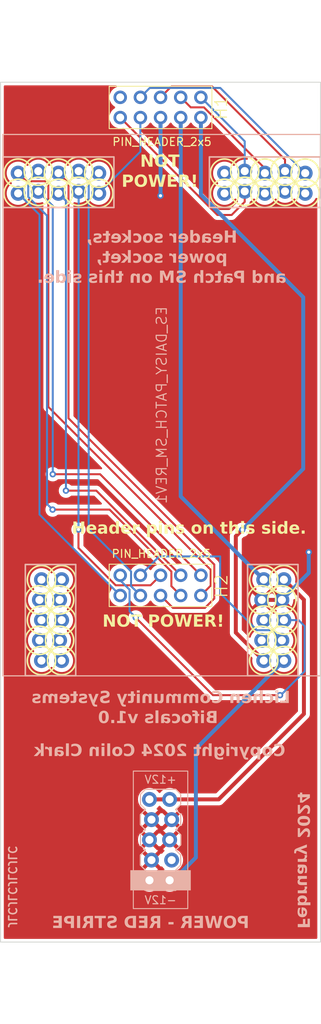
<source format=kicad_pcb>
(kicad_pcb (version 20221018) (generator pcbnew)
  (layers (0 "F.Cu" signal) (31 "B.Cu" signal) (34 "B.Paste" user) (35 "F.Paste" user) (36 "B.SilkS" user "B.Silkscreen") (37 "F.SilkS" user "F.Silkscreen") (38 "B.Mask" user) (39 "F.Mask" user) (44 "Edge.Cuts" user))
  (net 0 "")
  (net 1 "GND")
  (net 3 "BUTTON")
  (net 4 "AUDIO_OUT_R")
  (net 5 "LED_CV_OUT")
  (net 6 "AUDIO_OUT_L")
  (net 7 "AUDIO_IN_R")
  (net 8 "+5V")
  (net 9 "AUDIO_IN_L")
  (net 10 "+3.3V")
  (net 11 "POT_5_CV_10")
  (net 12 "JACK_CV_5")
  (net 13 "POT_4_CV_9")
  (net 14 "JACK_CV_4")
  (net 15 "POT_3_CV_8")
  (net 16 "JACK_CV_3")
  (net 17 "POT_2_CV_7")
  (net 18 "JACK_CV_2")
  (net 19 "POT_1_CV_6")
  (net 20 "JACK_CV_1")
  (net 37 "-12V")
  (net 40 "+12V")
  (footprint "ES_Daisy_Patch_SM_FB_Rev1:ES_DAISY_PATCH_SM_REV1" (layer "F.Cu") (at 120.29 150.813 90)
    (fp_text reference "MCU1" hide)
    (fp_text value "ES_DAISY_PATCH_SM_REV1" (at 0 0 90) (layer "B.SilkS") (effects (font (size 1.27 1.27)) (justify mirror)))
    (fp_line (start -34 -20) (end 34 -20) (stroke (width 0.1524)) (layer "B.SilkS"))
    (fp_line (start -34 20) (end -34 -20) (stroke (width 0.1524)) (layer "B.SilkS"))
    (fp_line (start -34 20) (end 34 20) (stroke (width 0.1524)) (layer "B.SilkS"))
    (fp_line (start -33.985 -17.175) (end -20.015 -17.175) (stroke (width 0.2032)) (layer "B.SilkS"))
    (fp_line (start -33.985 -10.825) (end -33.985 -17.175) (stroke (width 0.2032)) (layer "B.SilkS"))
    (fp_line (start -33.985 10.825) (end -20.015 10.825) (stroke (width 0.2032)) (layer "B.SilkS"))
    (fp_line (start -33.985 17.175) (end -33.985 10.825) (stroke (width 0.2032)) (layer "B.SilkS"))
    (fp_line (start -20.015 -17.175) (end -20.015 -10.825) (stroke (width 0.2032)) (layer "B.SilkS"))
    (fp_line (start -20.015 -10.825) (end -33.985 -10.825) (stroke (width 0.2032)) (layer "B.SilkS"))
    (fp_line (start -20.015 10.825) (end -20.015 17.175) (stroke (width 0.2032)) (layer "B.SilkS"))
    (fp_line (start -20.015 17.175) (end -33.985 17.175) (stroke (width 0.2032)) (layer "B.SilkS"))
    (fp_line (start 24.825 -19.985) (end 31.175 -19.985) (stroke (width 0.2032)) (layer "B.SilkS"))
    (fp_line (start 24.825 -6.015) (end 24.825 -19.985) (stroke (width 0.2032)) (layer "B.SilkS"))
    (fp_line (start 24.825 6.015) (end 31.175 6.015) (stroke (width 0.2032)) (layer "B.SilkS"))
    (fp_line (start 24.825 19.985) (end 24.825 6.015) (stroke (width 0.2032)) (layer "B.SilkS"))
    (fp_line (start 31.175 -19.985) (end 31.175 -6.015) (stroke (width 0.2032)) (layer "B.SilkS"))
    (fp_line (start 31.175 -6.015) (end 24.825 -6.015) (stroke (width 0.2032)) (layer "B.SilkS"))
    (fp_line (start 31.175 6.015) (end 31.175 19.985) (stroke (width 0.2032)) (layer "B.SilkS"))
    (fp_line (start 31.175 19.985) (end 24.825 19.985) (stroke (width 0.2032)) (layer "B.SilkS"))
    (fp_line (start 34 20) (end 34 -20) (stroke (width 0.1524)) (layer "B.SilkS"))
    (fp_circle (center -32.08 -15.143) (end -30.302 -15.143) (stroke (width 0.2032)) (fill none) (layer "F.SilkS"))
    (fp_circle (center -32.08 -12.603) (end -30.302 -12.603) (stroke (width 0.2032)) (fill none) (layer "F.SilkS"))
    (fp_circle (center -32.08 12.857) (end -30.302 12.857) (stroke (width 0.2032)) (fill none) (layer "F.SilkS"))
    (fp_circle (center -32.08 15.397) (end -30.302 15.397) (stroke (width 0.2032)) (fill none) (layer "F.SilkS"))
    (fp_circle (center -29.54 -15.397) (end -27.762 -15.397) (stroke (width 0.2032)) (fill none) (layer "F.SilkS"))
    (fp_circle (center -29.54 -12.857) (end -27.762 -12.857) (stroke (width 0.2032)) (fill none) (layer "F.SilkS"))
    (fp_circle (center -29.54 12.603) (end -27.762 12.603) (stroke (width 0.2032)) (fill none) (layer "F.SilkS"))
    (fp_circle (center -29.54 15.143) (end -27.762 15.143) (stroke (width 0.2032)) (fill none) (layer "F.SilkS"))
    (fp_circle (center -27 -15.143) (end -25.222 -15.143) (stroke (width 0.2032)) (fill none) (layer "F.SilkS"))
    (fp_circle (center -27 -12.603) (end -25.222 -12.603) (stroke (width 0.2032)) (fill none) (layer "F.SilkS"))
    (fp_circle (center -27 12.857) (end -25.222 12.857) (stroke (width 0.2032)) (fill none) (layer "F.SilkS"))
    (fp_circle (center -27 15.397) (end -25.222 15.397) (stroke (width 0.2032)) (fill none) (layer "F.SilkS"))
    (fp_circle (center -24.46 -15.397) (end -22.682 -15.397) (stroke (width 0.2032)) (fill none) (layer "F.SilkS"))
    (fp_circle (center -24.46 -12.857) (end -22.682 -12.857) (stroke (width 0.2032)) (fill none) (layer "F.SilkS"))
    (fp_circle (center -24.46 12.603) (end -22.682 12.603) (stroke (width 0.2032)) (fill none) (layer "F.SilkS"))
    (fp_circle (center -24.46 15.143) (end -22.682 15.143) (stroke (width 0.2032)) (fill none) (layer "F.SilkS"))
    (fp_circle (center -21.92 -15.143) (end -20.142 -15.143) (stroke (width 0.2032)) (fill none) (layer "F.SilkS"))
    (fp_circle (center -21.92 -12.603) (end -20.142 -12.603) (stroke (width 0.2032)) (fill none) (layer "F.SilkS"))
    (fp_circle (center -21.92 12.857) (end -20.142 12.857) (stroke (width 0.2032)) (fill none) (layer "F.SilkS"))
    (fp_circle (center -21.92 15.397) (end -20.142 15.397) (stroke (width 0.2032)) (fill none) (layer "F.SilkS"))
    (fp_circle (center 26.603 -18.08) (end 28.381 -18.08) (stroke (width 0.2032)) (fill none) (layer "F.SilkS"))
    (fp_circle (center 26.603 -13) (end 28.381 -13) (stroke (width 0.2032)) (fill none) (layer "F.SilkS"))
    (fp_circle (center 26.603 -7.92) (end 28.381 -7.92) (stroke (width 0.2032)) (fill none) (layer "F.SilkS"))
    (fp_circle (center 26.603 7.92) (end 28.381 7.92) (stroke (width 0.2032)) (fill none) (layer "F.SilkS"))
    (fp_circle (center 26.603 13) (end 28.381 13) (stroke (width 0.2032)) (fill none) (layer "F.SilkS"))
    (fp_circle (center 26.603 18.08) (end 28.381 18.08) (stroke (width 0.2032)) (fill none) (layer "F.SilkS"))
    (fp_circle (center 26.857 -15.54) (end 28.635 -15.54) (stroke (width 0.2032)) (fill none) (layer "F.SilkS"))
    (fp_circle (center 26.857 -10.46) (end 28.635 -10.46) (stroke (width 0.2032)) (fill none) (layer "F.SilkS"))
    (fp_circle (center 26.857 10.46) (end 28.635 10.46) (stroke (width 0.2032)) (fill none) (layer "F.SilkS"))
    (fp_circle (center 26.857 15.54) (end 28.635 15.54) (stroke (width 0.2032)) (fill none) (layer "F.SilkS"))
    (fp_circle (center 29.143 -18.08) (end 30.921 -18.08) (stroke (width 0.2032)) (fill none) (layer "F.SilkS"))
    (fp_circle (center 29.143 -13) (end 30.921 -13) (stroke (width 0.2032)) (fill none) (layer "F.SilkS"))
    (fp_circle (center 29.143 -7.92) (end 30.921 -7.92) (stroke (width 0.2032)) (fill none) (layer "F.SilkS"))
    (fp_circle (center 29.143 7.92) (end 30.921 7.92) (stroke (width 0.2032)) (fill none) (layer "F.SilkS"))
    (fp_circle (center 29.143 13) (end 30.921 13) (stroke (width 0.2032)) (fill none) (layer "F.SilkS"))
    (fp_circle (center 29.143 18.08) (end 30.921 18.08) (stroke (width 0.2032)) (fill none) (layer "F.SilkS"))
    (fp_circle (center 29.397 -15.54) (end 31.175 -15.54) (stroke (width 0.2032)) (fill none) (layer "F.SilkS"))
    (fp_circle (center 29.397 -10.46) (end 31.175 -10.46) (stroke (width 0.2032)) (fill none) (layer "F.SilkS"))
    (fp_circle (center 29.397 10.46) (end 31.175 10.46) (stroke (width 0.2032)) (fill none) (layer "F.SilkS"))
    (fp_circle (center 29.397 15.54) (end 31.175 15.54) (stroke (width 0.2032)) (fill none) (layer "F.SilkS"))
    (pad "A1" thru_hole circle (at -32.08 15.397) (size 1.8796 1.8796) (drill 1.016) (layers "*.Cu" "*.Mask") (net 37 "-12V"))
    (pad "A2" thru_hole circle (at -29.54 15.143) (size 1.8796 1.8796) (drill 1.016) (layers "*.Cu" "*.Mask") (net 13 "POT_4_CV_9"))
    (pad "A3" thru_hole circle (at -27 15.397) (size 1.8796 1.8796) (drill 1.016) (layers "*.Cu" "*.Mask") (net 11 "POT_5_CV_10"))
    (pad "A4" thru_hole circle (at -24.46 15.143) (size 1.8796 1.8796) (drill 1.016) (layers "*.Cu" "*.Mask") (net 1 "GND"))
    (pad "A5" thru_hole circle (at -21.92 15.397) (size 1.8796 1.8796) (drill 1.016) (layers "*.Cu" "*.Mask") (net 40 "+12V"))
    (pad "A6" thru_hole circle (at -21.92 12.857) (size 1.8796 1.8796) (drill 1.016) (layers "*.Cu" "*.Mask") (net 8 "+5V"))
    (pad "A7" thru_hole circle (at -24.46 12.603) (size 1.8796 1.8796) (drill 1.016) (layers "*.Cu" "*.Mask") (net 1 "GND"))
    (pad "A8" thru_hole circle (at -27 12.857) (size 1.8796 1.8796) (drill 1.016) (layers "*.Cu" "*.Mask"))
    (pad "A9" thru_hole circle (at -29.54 12.603) (size 1.8796 1.8796) (drill 1.016) (layers "*.Cu" "*.Mask"))
    (pad "A10" thru_hole circle (at -32.08 12.857) (size 1.8796 1.8796) (drill 1.016) (layers "*.Cu" "*.Mask") (net 10 "+3.3V"))
    (pad "B1" thru_hole circle (at 29.143 18.08 270) (size 1.8796 1.8796) (drill 1.016) (layers "*.Cu" "*.Mask") (net 4 "AUDIO_OUT_R"))
    (pad "B2" thru_hole circle (at 29.397 15.54 270) (size 1.8796 1.8796) (drill 1.016) (layers "*.Cu" "*.Mask") (net 6 "AUDIO_OUT_L"))
    (pad "B3" thru_hole circle (at 29.143 13 270) (size 1.8796 1.8796) (drill 1.016) (layers "*.Cu" "*.Mask") (net 7 "AUDIO_IN_R"))
    (pad "B4" thru_hole circle (at 29.397 10.46 270) (size 1.8796 1.8796) (drill 1.016) (layers "*.Cu" "*.Mask") (net 9 "AUDIO_IN_L"))
    (pad "B5" thru_hole circle (at 29.143 7.92 270) (size 1.8796 1.8796) (drill 1.016) (layers "*.Cu" "*.Mask"))
    (pad "B6" thru_hole circle (at 26.603 7.92 270) (size 1.8796 1.8796) (drill 1.016) (layers "*.Cu" "*.Mask"))
    (pad "B7" thru_hole circle (at 26.857 10.46 270) (size 1.8796 1.8796) (drill 1.016) (layers "*.Cu" "*.Mask") (net 3 "BUTTON"))
    (pad "B8" thru_hole circle (at 26.603 13 270) (size 1.8796 1.8796) (drill 1.016) (layers "*.Cu" "*.Mask"))
    (pad "B9" thru_hole circle (at 26.857 15.54 270) (size 1.8796 1.8796) (drill 1.016) (layers "*.Cu" "*.Mask"))
    (pad "B10" thru_hole circle (at 26.603 18.08 270) (size 1.8796 1.8796) (drill 1.016) (layers "*.Cu" "*.Mask"))
    (pad "C1" thru_hole circle (at 29.143 -7.92 270) (size 1.8796 1.8796) (drill 1.016) (layers "*.Cu" "*.Mask"))
    (pad "C2" thru_hole circle (at 29.397 -10.46 270) (size 1.8796 1.8796) (drill 1.016) (layers "*.Cu" "*.Mask") (net 14 "JACK_CV_4"))
    (pad "C3" thru_hole circle (at 29.143 -13 270) (size 1.8796 1.8796) (drill 1.016) (layers "*.Cu" "*.Mask") (net 16 "JACK_CV_3"))
    (pad "C4" thru_hole circle (at 29.397 -15.54 270) (size 1.8796 1.8796) (drill 1.016) (layers "*.Cu" "*.Mask") (net 18 "JACK_CV_2"))
    (pad "C5" thru_hole circle (at 29.143 -18.08 270) (size 1.8796 1.8796) (drill 1.016) (layers "*.Cu" "*.Mask") (net 20 "JACK_CV_1"))
    (pad "C6" thru_hole circle (at 26.603 -18.08 270) (size 1.8796 1.8796) (drill 1.016) (layers "*.Cu" "*.Mask") (net 12 "JACK_CV_5"))
    (pad "C7" thru_hole circle (at 26.857 -15.54 270) (size 1.8796 1.8796) (drill 1.016) (layers "*.Cu" "*.Mask") (net 19 "POT_1_CV_6"))
    (pad "C8" thru_hole circle (at 26.603 -13 270) (size 1.8796 1.8796) (drill 1.016) (layers "*.Cu" "*.Mask") (net 17 "POT_2_CV_7"))
    (pad "C9" thru_hole circle (at 26.857 -10.46 270) (size 1.8796 1.8796) (drill 1.016) (layers "*.Cu" "*.Mask") (net 15 "POT_3_CV_8"))
    (pad "C10" thru_hole circle (at 26.603 -7.92 270) (size 1.8796 1.8796) (drill 1.016) (layers "*.Cu" "*.Mask") (net 5 "LED_CV_OUT"))
    (pad "D1" thru_hole circle (at -32.08 -12.603) (size 1.8796 1.8796) (drill 1.016) (layers "*.Cu" "*.Mask"))
    (pad "D2" thru_hole circle (at -29.54 -12.857) (size 1.8796 1.8796) (drill 1.016) (layers "*.Cu" "*.Mask"))
    (pad "D3" thru_hole circle (at -27 -12.603) (size 1.8796 1.8796) (drill 1.016) (layers "*.Cu" "*.Mask"))
    (pad "D4" thru_hole circle (at -24.46 -12.857) (size 1.8796 1.8796) (drill 1.016) (layers "*.Cu" "*.Mask"))
    (pad "D5" thru_hole circle (at -21.92 -12.603) (size 1.8796 1.8796) (drill 1.016) (layers "*.Cu" "*.Mask"))
    (pad "D6" thru_hole circle (at -21.92 -15.143) (size 1.8796 1.8796) (drill 1.016) (layers "*.Cu" "*.Mask"))
    (pad "D7" thru_hole circle (at -24.46 -15.397) (size 1.8796 1.8796) (drill 1.016) (layers "*.Cu" "*.Mask"))
    (pad "D8" thru_hole circle (at -27 -15.143) (size 1.8796 1.8796) (drill 1.016) (layers "*.Cu" "*.Mask"))
    (pad "D9" thru_hole circle (at -29.54 -15.397) (size 1.8796 1.8796) (drill 1.016) (layers "*.Cu" "*.Mask"))
    (pad "D10" thru_hole circle (at -32.08 -15.143) (size 1.8796 1.8796) (drill 1.016) (layers "*.Cu" "*.Mask"))
  )
  (footprint "ES_Daisy_Patch_SM_FB_Rev1:EURORACK_POWER_SHROUD_LOCK" (layer "B.Cu") (at 120.15 205.41 -90)
    (fp_text reference "PWR1" hide)
    (fp_text value "EURORACK_POWERSHROUD" hide)
    (fp_text user "+12V" (at -6.985 0) (layer "B.SilkS") (effects (justify bottom mirror)))
    (fp_text user "-12V" (at 6.985 0) (layer "B.SilkS") (effects (justify top mirror)))
    (fp_line (start -8.636 -3.429) (end -8.636 3.429) (stroke (width 0.127)) (layer "B.SilkS"))
    (fp_line (start -8.636 3.429) (end 8.636 3.429) (stroke (width 0.127)) (layer "B.SilkS"))
    (fp_line (start -6.35 -1.905) (end -5.715 -2.54) (stroke (width 0.1524)) (layer "B.SilkS"))
    (fp_line (start -6.35 1.905) (end -6.35 -1.905) (stroke (width 0.1524)) (layer "B.SilkS"))
    (fp_line (start -5.715 2.54) (end -6.35 1.905) (stroke (width 0.1524)) (layer "B.SilkS"))
    (fp_line (start -5.715 2.54) (end -4.445 2.54) (stroke (width 0.1524)) (layer "B.SilkS"))
    (fp_line (start -4.445 -2.54) (end -5.715 -2.54) (stroke (width 0.1524)) (layer "B.SilkS"))
    (fp_line (start -4.445 2.54) (end -3.81 1.905) (stroke (width 0.1524)) (layer "B.SilkS"))
    (fp_line (start -3.81 -1.905) (end -4.445 -2.54) (stroke (width 0.1524)) (layer "B.SilkS"))
    (fp_line (start -3.81 1.905) (end -3.175 2.54) (stroke (width 0.1524)) (layer "B.SilkS"))
    (fp_line (start -3.175 -2.54) (end -3.81 -1.905) (stroke (width 0.1524)) (layer "B.SilkS"))
    (fp_line (start -3.175 2.54) (end -1.905 2.54) (stroke (width 0.1524)) (layer "B.SilkS"))
    (fp_line (start -1.905 -2.54) (end -3.175 -2.54) (stroke (width 0.1524)) (layer "B.SilkS"))
    (fp_line (start -1.905 2.54) (end -1.27 1.905) (stroke (width 0.1524)) (layer "B.SilkS"))
    (fp_line (start -1.27 -1.905) (end -1.905 -2.54) (stroke (width 0.1524)) (layer "B.SilkS"))
    (fp_line (start -1.27 1.905) (end -0.635 2.54) (stroke (width 0.1524)) (layer "B.SilkS"))
    (fp_line (start -0.635 -2.54) (end -1.27 -1.905) (stroke (width 0.1524)) (layer "B.SilkS"))
    (fp_line (start -0.635 2.54) (end 0.635 2.54) (stroke (width 0.1524)) (layer "B.SilkS"))
    (fp_line (start 0.635 -2.54) (end -0.635 -2.54) (stroke (width 0.1524)) (layer "B.SilkS"))
    (fp_line (start 0.635 2.54) (end 1.27 1.905) (stroke (width 0.1524)) (layer "B.SilkS"))
    (fp_line (start 1.27 -1.905) (end 0.635 -2.54) (stroke (width 0.1524)) (layer "B.SilkS"))
    (fp_line (start 1.27 -1.905) (end 1.905 -2.54) (stroke (width 0.1524)) (layer "B.SilkS"))
    (fp_line (start 1.905 2.54) (end 1.27 1.905) (stroke (width 0.1524)) (layer "B.SilkS"))
    (fp_line (start 1.905 2.54) (end 3.175 2.54) (stroke (width 0.1524)) (layer "B.SilkS"))
    (fp_line (start 3.175 -2.54) (end 1.905 -2.54) (stroke (width 0.1524)) (layer "B.SilkS"))
    (fp_line (start 3.175 2.54) (end 3.81 1.905) (stroke (width 0.1524)) (layer "B.SilkS"))
    (fp_line (start 3.81 -1.905) (end 3.175 -2.54) (stroke (width 0.1524)) (layer "B.SilkS"))
    (fp_line (start 3.81 1.905) (end 4.445 2.54) (stroke (width 0.1524)) (layer "B.SilkS"))
    (fp_line (start 4.445 -2.54) (end 3.81 -1.905) (stroke (width 0.1524)) (layer "B.SilkS"))
    (fp_line (start 4.445 2.54) (end 5.715 2.54) (stroke (width 0.1524)) (layer "B.SilkS"))
    (fp_line (start 5.715 -2.54) (end 4.445 -2.54) (stroke (width 0.1524)) (layer "B.SilkS"))
    (fp_line (start 5.715 2.54) (end 6.35 1.905) (stroke (width 0.1524)) (layer "B.SilkS"))
    (fp_line (start 6.35 -1.905) (end 5.715 -2.54) (stroke (width 0.1524)) (layer "B.SilkS"))
    (fp_line (start 6.35 1.905) (end 6.35 -1.905) (stroke (width 0.1524)) (layer "B.SilkS"))
    (fp_line (start 8.636 -3.429) (end -8.636 -3.429) (stroke (width 0.127)) (layer "B.SilkS"))
    (fp_line (start 8.636 3.429) (end 8.636 -3.429) (stroke (width 0.127)) (layer "B.SilkS"))
    (fp_poly (pts (xy 3.81 -3.81) (xy 6.35 -3.81) (xy 6.35 3.81) (xy 3.81 3.81)) (fill solid) (layer "B.SilkS"))
    (pad "GND1" thru_hole circle (at -2.54 1.143 270) (size 1.8796 1.8796) (drill 1.016) (layers "*.Cu" "*.Mask") (net 1 "GND"))
    (pad "GND2" thru_hole circle (at -2.54 -1.397 270) (size 1.8796 1.8796) (drill 1.016) (layers "*.Cu" "*.Mask") (net 1 "GND"))
    (pad "GND3" thru_hole circle (at 0 1.397 270) (size 1.8796 1.8796) (drill 1.016) (layers "*.Cu" "*.Mask") (net 1 "GND"))
    (pad "GND4" thru_hole circle (at 0 -1.143 270) (size 1.8796 1.8796) (drill 1.016) (layers "*.Cu" "*.Mask") (net 1 "GND"))
    (pad "GND5" thru_hole circle (at 2.54 1.143 270) (size 1.8796 1.8796) (drill 1.016) (layers "*.Cu" "*.Mask") (net 1 "GND"))
    (pad "GND6" thru_hole circle (at 2.54 -1.397 270) (size 1.8796 1.8796) (drill 1.016) (layers "*.Cu" "*.Mask"))
    (pad "NEG1" thru_hole circle (at 5.08 1.397 270) (size 1.8796 1.8796) (drill 1.016) (layers "*.Cu" "*.Mask") (net 37 "-12V"))
    (pad "NEG2" thru_hole circle (at 5.08 -1.143 270) (size 1.8796 1.8796) (drill 1.016) (layers "*.Cu" "*.Mask") (net 37 "-12V"))
    (pad "POS1" thru_hole circle (at -5.08 1.397 270) (size 1.8796 1.8796) (drill 1.016) (layers "*.Cu" "*.Mask") (net 40 "+12V"))
    (pad "POS2" thru_hole circle (at -5.08 -1.143 270) (size 1.8796 1.8796) (drill 1.016) (layers "*.Cu" "*.Mask") (net 40 "+12V"))
  )
  (footprint "PCM_4ms_Connector:Pins_2x05_2.54mm_TH" (layer "B.Cu") (at 120.15 173.45 90)
    (fp_text reference "H2" (at -0.1 7.67 90) (layer "F.SilkS") (effects (font (size 1.5 1.5))))
    (fp_text value "PIN_HEADER_2x5" (at 3.97 0.09) (layer "F.SilkS"))
    (fp_line (start -2.66 -6.47) (end 2.66 -6.47) (stroke (width 0.12)) (layer "F.SilkS"))
    (fp_line (start -2.66 6.47) (end -2.66 -6.47) (stroke (width 0.12)) (layer "F.SilkS"))
    (fp_line (start 2.66 -6.47) (end 2.66 6.47) (stroke (width 0.12)) (layer "F.SilkS"))
    (fp_line (start 2.66 6.47) (end -2.66 6.47) (stroke (width 0.12)) (layer "F.SilkS"))
    (pad "1" thru_hole oval (at -1.27 5.08 90) (size 1.7 1.7) (drill 1) (layers "*.Cu" "*.Mask") (net 20 "JACK_CV_1"))
    (pad "2" thru_hole oval (at 1.27 5.08 90) (size 1.7 1.7) (drill 1) (layers "*.Cu" "*.Mask") (net 19 "POT_1_CV_6"))
    (pad "3" thru_hole oval (at -1.27 2.54 90) (size 1.7 1.7) (drill 1) (layers "*.Cu" "*.Mask") (net 18 "JACK_CV_2"))
    (pad "4" thru_hole oval (at 1.27 2.54 90) (size 1.7 1.7) (drill 1) (layers "*.Cu" "*.Mask") (net 17 "POT_2_CV_7"))
    (pad "5" thru_hole oval (at -1.27 0 90) (size 1.7 1.7) (drill 1) (layers "*.Cu" "*.Mask") (net 16 "JACK_CV_3"))
    (pad "6" thru_hole oval (at 1.27 0 90) (size 1.7 1.7) (drill 1) (layers "*.Cu" "*.Mask") (net 15 "POT_3_CV_8"))
    (pad "7" thru_hole oval (at -1.27 -2.54 90) (size 1.7 1.7) (drill 1) (layers "*.Cu" "*.Mask") (net 14 "JACK_CV_4"))
    (pad "8" thru_hole oval (at 1.27 -2.54 90) (size 1.7 1.7) (drill 1) (layers "*.Cu" "*.Mask") (net 13 "POT_4_CV_9"))
    (pad "9" thru_hole oval (at -1.27 -5.08 90) (size 1.7 1.7) (drill 1) (layers "*.Cu" "*.Mask") (net 12 "JACK_CV_5"))
    (pad "10" thru_hole oval (at 1.27 -5.08 90) (size 1.7 1.7) (drill 1) (layers "*.Cu" "*.Mask") (net 11 "POT_5_CV_10"))
  )
  (footprint "PCM_4ms_Connector:Pins_2x05_2.54mm_TH" (layer "B.Cu") (at 120.15 113.42 90)
    (fp_text reference "H1" (at -0.07 7.62 270) (layer "F.SilkS") (effects (font (size 1.5 1.5))))
    (fp_text value "PIN_HEADER_2x5" (at -4.32 0.18) (layer "F.SilkS"))
    (fp_line (start -2.66 -6.47) (end 2.66 -6.47) (stroke (width 0.12)) (layer "F.SilkS"))
    (fp_line (start -2.66 6.47) (end -2.66 -6.47) (stroke (width 0.12)) (layer "F.SilkS"))
    (fp_line (start 2.66 -6.47) (end 2.66 6.47) (stroke (width 0.12)) (layer "F.SilkS"))
    (fp_line (start 2.66 6.47) (end -2.66 6.47) (stroke (width 0.12)) (layer "F.SilkS"))
    (pad "1" thru_hole oval (at -1.27 5.08 90) (size 1.7 1.7) (drill 1) (layers "*.Cu" "*.Mask") (net 10 "+3.3V"))
    (pad "2" thru_hole oval (at 1.27 5.08 90) (size 1.7 1.7) (drill 1) (layers "*.Cu" "*.Mask") (net 9 "AUDIO_IN_L"))
    (pad "3" thru_hole oval (at -1.27 2.54 90) (size 1.7 1.7) (drill 1) (layers "*.Cu" "*.Mask") (net 8 "+5V"))
    (pad "4" thru_hole oval (at 1.27 2.54 90) (size 1.7 1.7) (drill 1) (layers "*.Cu" "*.Mask") (net 7 "AUDIO_IN_R"))
    (pad "5" thru_hole oval (at -1.27 0 90) (size 1.7 1.7) (drill 1) (layers "*.Cu" "*.Mask") (net 1 "GND"))
    (pad "6" thru_hole oval (at 1.27 0 90) (size 1.7 1.7) (drill 1) (layers "*.Cu" "*.Mask") (net 6 "AUDIO_OUT_L"))
    (pad "7" thru_hole oval (at -1.27 -2.54 90) (size 1.7 1.7) (drill 1) (layers "*.Cu" "*.Mask") (net 5 "LED_CV_OUT"))
    (pad "8" thru_hole oval (at 1.27 -2.54 90) (size 1.7 1.7) (drill 1) (layers "*.Cu" "*.Mask") (net 4 "AUDIO_OUT_R"))
    (pad "9" thru_hole oval (at -1.27 -5.08 90) (size 1.7 1.7) (drill 1) (layers "*.Cu" "*.Mask") (net 3 "BUTTON"))
    (pad "10" thru_hole oval (at 1.27 -5.08 90) (size 1.7 1.7) (drill 1) (layers "*.Cu" "*.Mask"))
  )
  (gr_rect (start 100 110.25) (end 140.3 218.25) (stroke (width 0.1)) (fill none) (layer "Edge.Cuts"))
  (gr_text "February 2024" (at 137.18 216.57 -90) (layer "B.SilkS") (effects (font (size 1.5 1.5) (thickness 0.2) bold) (justify left bottom mirror)))
  (gr_text "JLCJLCJLCJLC" (at 100.89 216.58 -90) (layer "B.SilkS") (effects (font (size 1 1) (thickness 0.2) bold) (justify left bottom mirror)))
  (gr_text "Copyright 2024 Colin Clark" (at 120.04 195.14) (layer "B.SilkS") (effects (font (size 1.5 1.5) (thickness 0.25) bold) (justify bottom mirror)))
  (gr_text "Header sockets,\npower socket,\nand Patch SM on this side." (at 120.3 135.7) (layer "B.SilkS") (effects (font (size 1.5 1.5) (thickness 0.3) bold) (justify bottom mirror)))
  (gr_text "Lichen Community Systems \nBifocals v1.0\n" (at 119.83 191) (layer "B.SilkS") (effects (font (size 1.5 1.5) (thickness 0.25) bold) (justify bottom mirror)))
  (gr_text "POWER - RED STRIPE" (at 131.32 216.74) (layer "B.SilkS") (effects (font (size 1.5 1.5) (thickness 0.3) bold) (justify left bottom mirror)))
  (gr_text "NOT\nPOWER!" (at 120.06 123.64) (layer "F.SilkS") (effects (font (size 1.5 1.5) (thickness 0.3) bold) (justify bottom)))
  (gr_text "Header pins on this side." (at 108.98 167.21) (layer "F.SilkS") (effects (font (size 1.5 1.5) (thickness 0.3) bold) (justify left bottom)))
  (gr_text "NOT POWER!" (at 112.83 178.89) (layer "F.SilkS") (effects (font (size 1.5 1.5) (thickness 0.3) bold) (justify left bottom)))
  (segment (start 135.433 175.273) (end 132.893 175.273) (width 0.5) (layer "F.Cu") (net 1))
  (via (at 138.82 169.28) (size 0.8) (drill 0.4) (layers "F.Cu" "B.Cu") (net 1))
  (via (at 120.14 124.51) (size 0.8) (drill 0.4) (layers "F.Cu" "B.Cu") (net 1))
  (segment (start 120.14 124.51) (end 120.15 124.5) (width 0.25) (layer "B.Cu") (net 1))
  (segment (start 138.82 171.886) (end 138.82 169.28) (width 0.5) (layer "B.Cu") (net 1))
  (segment (start 120.15 124.5) (end 120.15 114.69) (width 0.5) (layer "B.Cu") (net 1))
  (segment (start 135.433 175.273) (end 138.82 171.886) (width 0.5) (layer "B.Cu") (net 1))
  (segment (start 127.306 126.926) (end 115.07 114.69) (width 0.25) (layer "F.Cu") (net 3))
  (segment (start 129.104 126.926) (end 127.306 126.926) (width 0.25) (layer "F.Cu") (net 3))
  (segment (start 130.75 123.956) (end 130.75 125.28) (width 0.25) (layer "F.Cu") (net 3))
  (segment (start 130.75 125.28) (end 129.104 126.926) (width 0.25) (layer "F.Cu") (net 3))
  (segment (start 127.67 110.97) (end 118.79 110.97) (width 0.25) (layer "B.Cu") (net 4))
  (segment (start 118.79 110.97) (end 117.61 112.15) (width 0.25) (layer "B.Cu") (net 4))
  (segment (start 138.37 121.67) (end 127.67 110.97) (width 0.25) (layer "B.Cu") (net 4))
  (segment (start 117.61 118.97) (end 117.61 114.69) (width 0.25) (layer "B.Cu") (net 5))
  (segment (start 112.37 124.21) (end 117.61 118.97) (width 0.25) (layer "B.Cu") (net 5))
  (segment (start 135.83 119.98) (end 126.625 110.775) (width 0.25) (layer "F.Cu") (net 6))
  (segment (start 126.625 110.775) (end 121.525 110.775) (width 0.25) (layer "F.Cu") (net 6))
  (segment (start 121.525 110.775) (end 120.15 112.15) (width 0.25) (layer "F.Cu") (net 6))
  (segment (start 135.83 121.416) (end 135.83 119.98) (width 0.25) (layer "F.Cu") (net 6))
  (segment (start 133.29 121.67) (end 133.29 121.080344) (width 0.25) (layer "F.Cu") (net 7))
  (segment (start 125.619656 113.41) (end 123.95 113.41) (width 0.25) (layer "F.Cu") (net 7))
  (segment (start 133.29 121.080344) (end 125.619656 113.41) (width 0.25) (layer "F.Cu") (net 7))
  (segment (start 123.95 113.41) (end 122.69 112.15) (width 0.25) (layer "F.Cu") (net 7))
  (segment (start 122.69 114.69) (end 122.69 162.276) (width 0.5) (layer "B.Cu") (net 8))
  (segment (start 122.69 162.276) (end 133.147 172.733) (width 0.5) (layer "B.Cu") (net 8))
  (segment (start 130.75 117.67) (end 125.23 112.15) (width 0.25) (layer "B.Cu") (net 9))
  (segment (start 130.75 121.416) (end 130.75 117.67) (width 0.25) (layer "B.Cu") (net 9))
  (segment (start 129.63 179.376) (end 133.147 182.893) (width 0.5) (layer "F.Cu") (net 10))
  (segment (start 129.63 167.28) (end 129.63 179.376) (width 0.5) (layer "F.Cu") (net 10))
  (segment (start 130.44 166.47) (end 129.63 167.28) (width 0.5) (layer "F.Cu") (net 10))
  (via (at 130.44 166.47) (size 0.8) (drill 0.4) (layers "F.Cu" "B.Cu") (net 10))
  (segment (start 138.12 137.26) (end 125.23 124.37) (width 0.5) (layer "B.Cu") (net 10))
  (segment (start 130.44 166.49) (end 130.51 166.42) (width 0.5) (layer "B.Cu") (net 10))
  (segment (start 125.23 124.37) (end 125.23 114.69) (width 0.5) (layer "B.Cu") (net 10))
  (segment (start 138.12 137.26) (end 138.12 158.81) (width 0.5) (layer "B.Cu") (net 10))
  (segment (start 138.12 158.81) (end 130.46 166.47) (width 0.5) (layer "B.Cu") (net 10))
  (segment (start 130.44 166.47) (end 130.44 166.49) (width 0.5) (layer "B.Cu") (net 10))
  (segment (start 130.46 166.47) (end 130.44 166.47) (width 0.5) (layer "B.Cu") (net 10))
  (segment (start 117.02 177.48) (end 117 177.48) (width 0.25) (layer "F.Cu") (net 11))
  (segment (start 117.02 177.5) (end 117.02 177.48) (width 0.25) (layer "F.Cu") (net 11))
  (segment (start 135.2 187.24) (end 126.76 187.24) (width 0.25) (layer "F.Cu") (net 11))
  (segment (start 117 177.48) (end 117.02 177.5) (width 0.25) (layer "F.Cu") (net 11))
  (segment (start 126.76 187.24) (end 117.02 177.5) (width 0.25) (layer "F.Cu") (net 11))
  (via (at 135.2 187.24) (size 0.8) (drill 0.4) (layers "F.Cu" "B.Cu") (net 11))
  (via (at 117.02 177.48) (size 0.8) (drill 0.4) (layers "F.Cu" "B.Cu") (net 11))
  (segment (start 116.245 176.705) (end 116.245 173.991396) (width 0.25) (layer "B.Cu") (net 11))
  (segment (start 117.02 177.48) (end 116.245 176.705) (width 0.25) (layer "B.Cu") (net 11))
  (segment (start 115.07 172.816396) (end 115.07 172.18) (width 0.25) (layer "B.Cu") (net 11))
  (segment (start 137.543 177.813) (end 138.3 178.57) (width 0.25) (layer "B.Cu") (net 11))
  (segment (start 116.245 173.991396) (end 115.07 172.816396) (width 0.25) (layer "B.Cu") (net 11))
  (segment (start 138.3 184.24) (end 135.3 187.24) (width 0.25) (layer "B.Cu") (net 11))
  (segment (start 135.2 187.24) (end 135.2 187.34) (width 0.25) (layer "B.Cu") (net 11))
  (segment (start 135.2 187.34) (end 135.255 187.285) (width 0.25) (layer "B.Cu") (net 11))
  (segment (start 138.3 178.57) (end 138.3 184.24) (width 0.25) (layer "B.Cu") (net 11))
  (segment (start 135.3 187.24) (end 135.2 187.24) (width 0.25) (layer "B.Cu") (net 11))
  (segment (start 135.687 177.813) (end 137.543 177.813) (width 0.25) (layer "B.Cu") (net 11))
  (segment (start 104.9 126.9) (end 104.9 164.55) (width 0.25) (layer "B.Cu") (net 12))
  (segment (start 104.9 164.55) (end 115.07 174.72) (width 0.25) (layer "B.Cu") (net 12))
  (segment (start 102.21 124.21) (end 104.9 126.9) (width 0.25) (layer "B.Cu") (net 12))
  (segment (start 134.16 179.08) (end 132.3 179.08) (width 0.25) (layer "B.Cu") (net 13))
  (segment (start 135.433 180.353) (end 134.16 179.08) (width 0.25) (layer "B.Cu") (net 13))
  (segment (start 127.66 169.81) (end 119.98 169.81) (width 0.25) (layer "B.Cu") (net 13))
  (segment (start 127.66 174.44) (end 127.66 169.81) (width 0.25) (layer "B.Cu") (net 13))
  (segment (start 119.98 169.81) (end 117.61 172.18) (width 0.25) (layer "B.Cu") (net 13))
  (segment (start 132.3 179.08) (end 127.66 174.44) (width 0.25) (layer "B.Cu") (net 13))
  (segment (start 116.435 173.545) (end 117.61 174.72) (width 0.25) (layer "B.Cu") (net 14))
  (segment (start 116.435 171.694946) (end 116.435 173.545) (width 0.25) (layer "B.Cu") (net 14))
  (segment (start 109.83 121.416) (end 111.0948 122.6808) (width 0.25) (layer "B.Cu") (net 14))
  (segment (start 111.0948 122.6808) (end 111.0948 166.354746) (width 0.25) (layer "B.Cu") (net 14))
  (segment (start 111.0948 166.354746) (end 116.435 171.694946) (width 0.25) (layer "B.Cu") (net 14))
  (segment (start 109.81 168.75) (end 114.5 173.44) (width 0.25) (layer "F.Cu") (net 15))
  (segment (start 118.89 173.44) (end 120.15 172.18) (width 0.25) (layer "F.Cu") (net 15))
  (segment (start 114.5 173.44) (end 118.89 173.44) (width 0.25) (layer "F.Cu") (net 15))
  (segment (start 109.81 166.44) (end 109.81 168.75) (width 0.25) (layer "F.Cu") (net 15))
  (via (at 109.81 166.44) (size 0.8) (drill 0.4) (layers "F.Cu" "B.Cu") (net 15))
  (segment (start 109.83 123.956) (end 109.81 166.44) (width 0.25) (layer "B.Cu") (net 15))
  (segment (start 109.81 166.44) (end 109.83 166.42) (width 0.25) (layer "B.Cu") (net 15))
  (segment (start 107.29 121.67) (end 108.5548 122.9348) (width 0.25) (layer "F.Cu") (net 16))
  (segment (start 125.74 176.28) (end 121.71 176.28) (width 0.25) (layer "F.Cu") (net 16))
  (segment (start 108.5548 152.4648) (end 126.92 170.83) (width 0.25) (layer "F.Cu") (net 16))
  (segment (start 121.71 176.28) (end 120.15 174.72) (width 0.25) (layer "F.Cu") (net 16))
  (segment (start 108.5548 122.9348) (end 108.5548 152.4648) (width 0.25) (layer "F.Cu") (net 16))
  (segment (start 126.92 175.1) (end 125.74 176.28) (width 0.25) (layer "F.Cu") (net 16))
  (segment (start 126.92 170.83) (end 126.92 175.1) (width 0.25) (layer "F.Cu") (net 16))
  (segment (start 112.06 161.55) (end 122.69 172.18) (width 0.25) (layer "F.Cu") (net 17))
  (segment (start 108.23 161.55) (end 112.06 161.55) (width 0.25) (layer "F.Cu") (net 17))
  (via (at 108.23 161.55) (size 0.8) (drill 0.4) (layers "F.Cu" "B.Cu") (net 17))
  (segment (start 107.29 124.21) (end 108.23 125.15) (width 0.25) (layer "B.Cu") (net 17))
  (segment (start 108.23 125.15) (end 108.23 161.55) (width 0.25) (layer "B.Cu") (net 17))
  (segment (start 108.23 161.55) (end 108.23 161.67) (width 0.25) (layer "B.Cu") (net 17))
  (segment (start 122.69 174.72) (end 121.515 173.545) (width 0.25) (layer "F.Cu") (net 18))
  (segment (start 113.73 163.93) (end 106.55 163.93) (width 0.25) (layer "F.Cu") (net 18))
  (segment (start 121.515 173.545) (end 121.515 171.715) (width 0.25) (layer "F.Cu") (net 18))
  (segment (start 106.55 163.93) (end 106.58 163.93) (width 0.25) (layer "F.Cu") (net 18))
  (segment (start 121.515 171.715) (end 113.73 163.93) (width 0.25) (layer "F.Cu") (net 18))
  (via (at 106.55 163.93) (size 0.8) (drill 0.4) (layers "F.Cu" "B.Cu") (net 18))
  (segment (start 106.55 163.93) (end 105.845 163.225) (width 0.25) (layer "B.Cu") (net 18))
  (segment (start 105.845 163.225) (end 105.845 127.015) (width 0.25) (layer "B.Cu") (net 18))
  (segment (start 103.4852 124.6552) (end 103.4852 122.6808) (width 0.25) (layer "B.Cu") (net 18))
  (segment (start 103.4852 122.6808) (end 104.75 121.416) (width 0.25) (layer "B.Cu") (net 18))
  (segment (start 105.845 127.015) (end 103.4852 124.6552) (width 0.25) (layer "B.Cu") (net 18))
  (segment (start 106.57 159.49) (end 112.54 159.49) (width 0.25) (layer "F.Cu") (net 19))
  (segment (start 112.54 159.49) (end 125.23 172.18) (width 0.25) (layer "F.Cu") (net 19))
  (via (at 106.57 159.49) (size 0.8) (drill 0.4) (layers "F.Cu" "B.Cu") (net 19))
  (segment (start 104.75 123.956) (end 106.57 125.776) (width 0.25) (layer "B.Cu") (net 19))
  (segment (start 106.57 125.776) (end 106.57 159.49) (width 0.25) (layer "B.Cu") (net 19))
  (segment (start 106.57 159.49) (end 106.57 159.57) (width 0.25) (layer "B.Cu") (net 19))
  (segment (start 126.46 173.49) (end 125.23 174.72) (width 0.25) (layer "F.Cu") (net 20))
  (segment (start 105.62 122.69) (end 106.0148 123.0848) (width 0.25) (layer "F.Cu") (net 20))
  (segment (start 103.23 122.69) (end 105.62 122.69) (width 0.25) (layer "F.Cu") (net 20))
  (segment (start 102.21 121.67) (end 103.23 122.69) (width 0.25) (layer "F.Cu") (net 20))
  (segment (start 106.0148 123.0848) (end 106.0148 151.0348) (width 0.25) (layer "F.Cu") (net 20))
  (segment (start 126.46 171.48) (end 126.46 173.49) (width 0.25) (layer "F.Cu") (net 20))
  (segment (start 106.0148 151.0348) (end 126.46 171.48) (width 0.25) (layer "F.Cu") (net 20))
  (segment (start 121.74 210.49) (end 121.293 210.49) (width 0.5) (layer "B.Cu") (net 37))
  (segment (start 118.753 210.49) (end 121.293 210.49) (width 0.5) (layer "B.Cu") (net 37))
  (segment (start 124.6 193.98) (end 124.6 207.63) (width 0.5) (layer "B.Cu") (net 37))
  (segment (start 135.687 182.893) (end 124.6 193.98) (width 0.5) (layer "B.Cu") (net 37))
  (segment (start 124.6 207.63) (end 121.74 210.49) (width 0.5) (layer "B.Cu") (net 37))
  (segment (start 121.293 200.33) (end 127.47 200.33) (width 0.5) (layer "F.Cu") (net 40))
  (segment (start 138.21 175.256) (end 135.687 172.733) (width 0.5) (layer "F.Cu") (net 40))
  (segment (start 127.47 200.33) (end 138.21 189.59) (width 0.5) (layer "F.Cu") (net 40))
  (segment (start 121.293 200.33) (end 118.753 200.33) (width 0.5) (layer "F.Cu") (net 40))
  (segment (start 138.21 189.59) (end 138.21 175.256) (width 0.5) (layer "F.Cu") (net 40))
  (zone (net 1) (net_name "GND") (layer "F.Cu") (connect_pads (clearance 0.5)) (min_thickness 0.25) (fill yes (thermal_gap 0.5) (thermal_bridge_width 0.5))
    (polygon (pts (xy 100.24 110.41) (xy 139.95 110.41) (xy 139.95 217.87) (xy 139.89 217.93) (xy 100.36 217.93) (xy 100.24 217.81)))
  )
)
</source>
